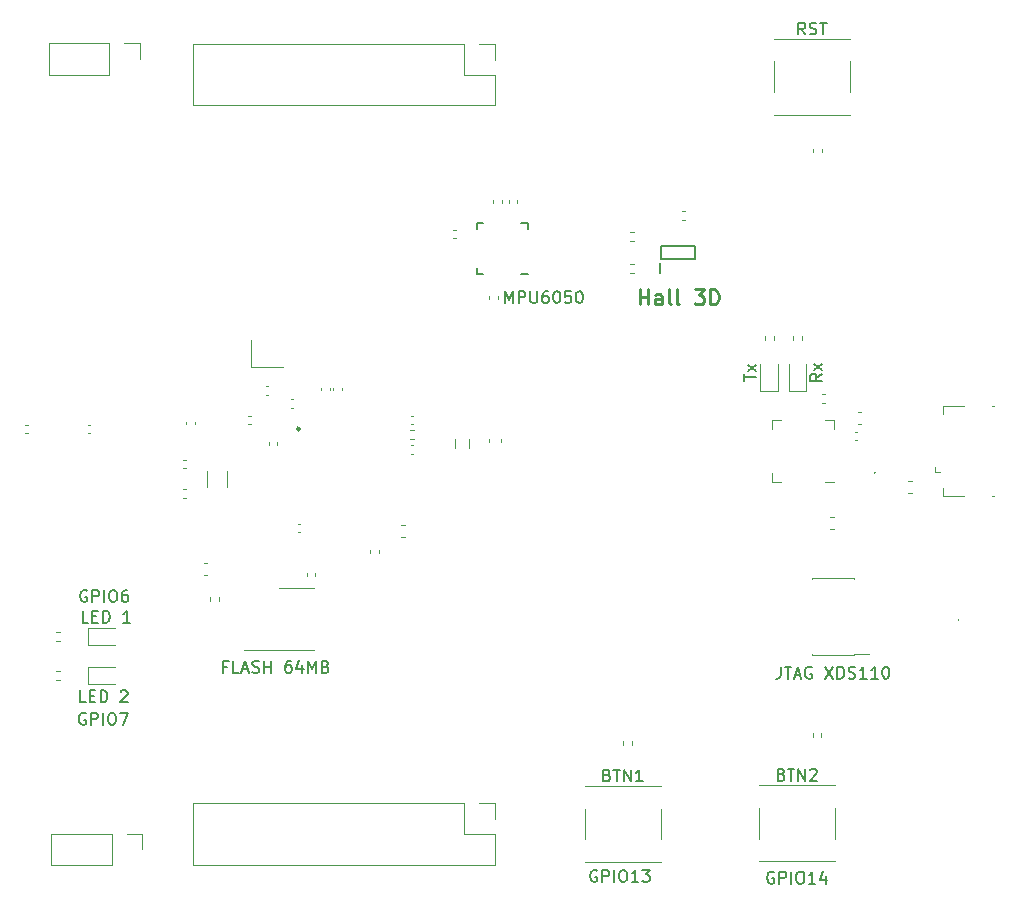
<source format=gbr>
%TF.GenerationSoftware,KiCad,Pcbnew,(5.1.9)-1*%
%TF.CreationDate,2021-08-18T01:11:22-04:00*%
%TF.ProjectId,CC2652_OnBoard,43433236-3532-45f4-9f6e-426f6172642e,rev?*%
%TF.SameCoordinates,Original*%
%TF.FileFunction,Legend,Top*%
%TF.FilePolarity,Positive*%
%FSLAX46Y46*%
G04 Gerber Fmt 4.6, Leading zero omitted, Abs format (unit mm)*
G04 Created by KiCad (PCBNEW (5.1.9)-1) date 2021-08-18 01:11:22*
%MOMM*%
%LPD*%
G01*
G04 APERTURE LIST*
%ADD10C,0.150000*%
%ADD11C,0.250000*%
%ADD12C,0.120000*%
%ADD13C,0.200000*%
%ADD14C,0.254000*%
G04 APERTURE END LIST*
D10*
X86123809Y-104600000D02*
X86028571Y-104552380D01*
X85885714Y-104552380D01*
X85742857Y-104600000D01*
X85647619Y-104695238D01*
X85600000Y-104790476D01*
X85552380Y-104980952D01*
X85552380Y-105123809D01*
X85600000Y-105314285D01*
X85647619Y-105409523D01*
X85742857Y-105504761D01*
X85885714Y-105552380D01*
X85980952Y-105552380D01*
X86123809Y-105504761D01*
X86171428Y-105457142D01*
X86171428Y-105123809D01*
X85980952Y-105123809D01*
X86600000Y-105552380D02*
X86600000Y-104552380D01*
X86980952Y-104552380D01*
X87076190Y-104600000D01*
X87123809Y-104647619D01*
X87171428Y-104742857D01*
X87171428Y-104885714D01*
X87123809Y-104980952D01*
X87076190Y-105028571D01*
X86980952Y-105076190D01*
X86600000Y-105076190D01*
X87600000Y-105552380D02*
X87600000Y-104552380D01*
X88266666Y-104552380D02*
X88457142Y-104552380D01*
X88552380Y-104600000D01*
X88647619Y-104695238D01*
X88695238Y-104885714D01*
X88695238Y-105219047D01*
X88647619Y-105409523D01*
X88552380Y-105504761D01*
X88457142Y-105552380D01*
X88266666Y-105552380D01*
X88171428Y-105504761D01*
X88076190Y-105409523D01*
X88028571Y-105219047D01*
X88028571Y-104885714D01*
X88076190Y-104695238D01*
X88171428Y-104600000D01*
X88266666Y-104552380D01*
X89028571Y-104552380D02*
X89695238Y-104552380D01*
X89266666Y-105552380D01*
X86223809Y-94200000D02*
X86128571Y-94152380D01*
X85985714Y-94152380D01*
X85842857Y-94200000D01*
X85747619Y-94295238D01*
X85700000Y-94390476D01*
X85652380Y-94580952D01*
X85652380Y-94723809D01*
X85700000Y-94914285D01*
X85747619Y-95009523D01*
X85842857Y-95104761D01*
X85985714Y-95152380D01*
X86080952Y-95152380D01*
X86223809Y-95104761D01*
X86271428Y-95057142D01*
X86271428Y-94723809D01*
X86080952Y-94723809D01*
X86700000Y-95152380D02*
X86700000Y-94152380D01*
X87080952Y-94152380D01*
X87176190Y-94200000D01*
X87223809Y-94247619D01*
X87271428Y-94342857D01*
X87271428Y-94485714D01*
X87223809Y-94580952D01*
X87176190Y-94628571D01*
X87080952Y-94676190D01*
X86700000Y-94676190D01*
X87700000Y-95152380D02*
X87700000Y-94152380D01*
X88366666Y-94152380D02*
X88557142Y-94152380D01*
X88652380Y-94200000D01*
X88747619Y-94295238D01*
X88795238Y-94485714D01*
X88795238Y-94819047D01*
X88747619Y-95009523D01*
X88652380Y-95104761D01*
X88557142Y-95152380D01*
X88366666Y-95152380D01*
X88271428Y-95104761D01*
X88176190Y-95009523D01*
X88128571Y-94819047D01*
X88128571Y-94485714D01*
X88176190Y-94295238D01*
X88271428Y-94200000D01*
X88366666Y-94152380D01*
X89652380Y-94152380D02*
X89461904Y-94152380D01*
X89366666Y-94200000D01*
X89319047Y-94247619D01*
X89223809Y-94390476D01*
X89176190Y-94580952D01*
X89176190Y-94961904D01*
X89223809Y-95057142D01*
X89271428Y-95104761D01*
X89366666Y-95152380D01*
X89557142Y-95152380D01*
X89652380Y-95104761D01*
X89700000Y-95057142D01*
X89747619Y-94961904D01*
X89747619Y-94723809D01*
X89700000Y-94628571D01*
X89652380Y-94580952D01*
X89557142Y-94533333D01*
X89366666Y-94533333D01*
X89271428Y-94580952D01*
X89223809Y-94628571D01*
X89176190Y-94723809D01*
X144397619Y-118050000D02*
X144302380Y-118002380D01*
X144159523Y-118002380D01*
X144016666Y-118050000D01*
X143921428Y-118145238D01*
X143873809Y-118240476D01*
X143826190Y-118430952D01*
X143826190Y-118573809D01*
X143873809Y-118764285D01*
X143921428Y-118859523D01*
X144016666Y-118954761D01*
X144159523Y-119002380D01*
X144254761Y-119002380D01*
X144397619Y-118954761D01*
X144445238Y-118907142D01*
X144445238Y-118573809D01*
X144254761Y-118573809D01*
X144873809Y-119002380D02*
X144873809Y-118002380D01*
X145254761Y-118002380D01*
X145350000Y-118050000D01*
X145397619Y-118097619D01*
X145445238Y-118192857D01*
X145445238Y-118335714D01*
X145397619Y-118430952D01*
X145350000Y-118478571D01*
X145254761Y-118526190D01*
X144873809Y-118526190D01*
X145873809Y-119002380D02*
X145873809Y-118002380D01*
X146540476Y-118002380D02*
X146730952Y-118002380D01*
X146826190Y-118050000D01*
X146921428Y-118145238D01*
X146969047Y-118335714D01*
X146969047Y-118669047D01*
X146921428Y-118859523D01*
X146826190Y-118954761D01*
X146730952Y-119002380D01*
X146540476Y-119002380D01*
X146445238Y-118954761D01*
X146350000Y-118859523D01*
X146302380Y-118669047D01*
X146302380Y-118335714D01*
X146350000Y-118145238D01*
X146445238Y-118050000D01*
X146540476Y-118002380D01*
X147921428Y-119002380D02*
X147350000Y-119002380D01*
X147635714Y-119002380D02*
X147635714Y-118002380D01*
X147540476Y-118145238D01*
X147445238Y-118240476D01*
X147350000Y-118288095D01*
X148778571Y-118335714D02*
X148778571Y-119002380D01*
X148540476Y-117954761D02*
X148302380Y-118669047D01*
X148921428Y-118669047D01*
X129397619Y-117900000D02*
X129302380Y-117852380D01*
X129159523Y-117852380D01*
X129016666Y-117900000D01*
X128921428Y-117995238D01*
X128873809Y-118090476D01*
X128826190Y-118280952D01*
X128826190Y-118423809D01*
X128873809Y-118614285D01*
X128921428Y-118709523D01*
X129016666Y-118804761D01*
X129159523Y-118852380D01*
X129254761Y-118852380D01*
X129397619Y-118804761D01*
X129445238Y-118757142D01*
X129445238Y-118423809D01*
X129254761Y-118423809D01*
X129873809Y-118852380D02*
X129873809Y-117852380D01*
X130254761Y-117852380D01*
X130350000Y-117900000D01*
X130397619Y-117947619D01*
X130445238Y-118042857D01*
X130445238Y-118185714D01*
X130397619Y-118280952D01*
X130350000Y-118328571D01*
X130254761Y-118376190D01*
X129873809Y-118376190D01*
X130873809Y-118852380D02*
X130873809Y-117852380D01*
X131540476Y-117852380D02*
X131730952Y-117852380D01*
X131826190Y-117900000D01*
X131921428Y-117995238D01*
X131969047Y-118185714D01*
X131969047Y-118519047D01*
X131921428Y-118709523D01*
X131826190Y-118804761D01*
X131730952Y-118852380D01*
X131540476Y-118852380D01*
X131445238Y-118804761D01*
X131350000Y-118709523D01*
X131302380Y-118519047D01*
X131302380Y-118185714D01*
X131350000Y-117995238D01*
X131445238Y-117900000D01*
X131540476Y-117852380D01*
X132921428Y-118852380D02*
X132350000Y-118852380D01*
X132635714Y-118852380D02*
X132635714Y-117852380D01*
X132540476Y-117995238D01*
X132445238Y-118090476D01*
X132350000Y-118138095D01*
X133254761Y-117852380D02*
X133873809Y-117852380D01*
X133540476Y-118233333D01*
X133683333Y-118233333D01*
X133778571Y-118280952D01*
X133826190Y-118328571D01*
X133873809Y-118423809D01*
X133873809Y-118661904D01*
X133826190Y-118757142D01*
X133778571Y-118804761D01*
X133683333Y-118852380D01*
X133397619Y-118852380D01*
X133302380Y-118804761D01*
X133254761Y-118757142D01*
D11*
%TO.C,IC1*%
X104250000Y-80500000D02*
G75*
G03*
X104250000Y-80500000I-125000J0D01*
G01*
D12*
%TO.C,EMI_VDDS_FILTER_USB1*%
X155737221Y-84940000D02*
X156062779Y-84940000D01*
X155737221Y-85960000D02*
X156062779Y-85960000D01*
D13*
%TO.C,USB_ESD1*%
X152948000Y-84203000D02*
G75*
G03*
X152948000Y-84203000I-36000J0D01*
G01*
D12*
%TO.C,USB_CONNECTOR_A1*%
X158040000Y-84160000D02*
X158430000Y-84160000D01*
X158040000Y-84160000D02*
X158040000Y-83710000D01*
X158740000Y-78590000D02*
X158740000Y-79240000D01*
X160470000Y-78590000D02*
X158740000Y-78590000D01*
X163040000Y-86210000D02*
X162830000Y-86210000D01*
X163040000Y-78590000D02*
X162830000Y-78590000D01*
X160470000Y-86210000D02*
X158740000Y-86210000D01*
X158740000Y-86210000D02*
X158740000Y-85550000D01*
%TO.C,FLASH_nCS_PUR1*%
X96670000Y-94746359D02*
X96670000Y-95053641D01*
X97430000Y-94746359D02*
X97430000Y-95053641D01*
%TO.C,CP2102_nRST_R1*%
X148753641Y-77520000D02*
X148446359Y-77520000D01*
X148753641Y-78280000D02*
X148446359Y-78280000D01*
D13*
%TO.C,JTAG_ESD1*%
X160033000Y-96712000D02*
G75*
G03*
X160033000Y-96712000I-36000J0D01*
G01*
%TO.C,Hall 3D*%
X134725000Y-67350000D02*
X134725000Y-66450000D01*
X137750000Y-66100000D02*
X134850000Y-66100000D01*
X137750000Y-65000000D02*
X137750000Y-66100000D01*
X134850000Y-65000000D02*
X137750000Y-65000000D01*
X134850000Y-66100000D02*
X134850000Y-65000000D01*
D12*
%TO.C,USB_UART1*%
X144965000Y-85010000D02*
X144240000Y-85010000D01*
X144240000Y-85010000D02*
X144240000Y-84285000D01*
X148735000Y-79790000D02*
X149460000Y-79790000D01*
X149460000Y-79790000D02*
X149460000Y-80515000D01*
X144965000Y-79790000D02*
X144240000Y-79790000D01*
X144240000Y-79790000D02*
X144240000Y-80515000D01*
X148735000Y-85010000D02*
X149460000Y-85010000D01*
%TO.C,R_RESET1*%
X147740000Y-57103641D02*
X147740000Y-56796359D01*
X148500000Y-57103641D02*
X148500000Y-56796359D01*
%TO.C,R_LED_VERDE1*%
X83953641Y-101780000D02*
X83646359Y-101780000D01*
X83953641Y-101020000D02*
X83646359Y-101020000D01*
%TO.C,R_LED_USB_Tx1*%
X144380000Y-72646359D02*
X144380000Y-72953641D01*
X143620000Y-72646359D02*
X143620000Y-72953641D01*
%TO.C,R_LED_USB_Rx1*%
X146780000Y-72646359D02*
X146780000Y-72953641D01*
X146020000Y-72646359D02*
X146020000Y-72953641D01*
%TO.C,R_LED_ROJO1*%
X83953641Y-98480000D02*
X83646359Y-98480000D01*
X83953641Y-97720000D02*
X83646359Y-97720000D01*
%TO.C,R3*%
X113903641Y-81380000D02*
X113596359Y-81380000D01*
X113903641Y-80620000D02*
X113596359Y-80620000D01*
%TO.C,PINS_PWR_IZQ1*%
X82990000Y-47870000D02*
X82990000Y-50530000D01*
X88130000Y-47870000D02*
X82990000Y-47870000D01*
X88130000Y-50530000D02*
X82990000Y-50530000D01*
X88130000Y-47870000D02*
X88130000Y-50530000D01*
X89400000Y-47870000D02*
X90730000Y-47870000D01*
X90730000Y-47870000D02*
X90730000Y-49200000D01*
%TO.C,PINS_PWR_DER1*%
X83190000Y-114770000D02*
X83190000Y-117430000D01*
X88330000Y-114770000D02*
X83190000Y-114770000D01*
X88330000Y-117430000D02*
X83190000Y-117430000D01*
X88330000Y-114770000D02*
X88330000Y-117430000D01*
X89600000Y-114770000D02*
X90930000Y-114770000D01*
X90930000Y-114770000D02*
X90930000Y-116100000D01*
%TO.C,PINS_IZQ1*%
X95260000Y-47920000D02*
X95260000Y-53120000D01*
X118180000Y-47920000D02*
X95260000Y-47920000D01*
X120780000Y-53120000D02*
X95260000Y-53120000D01*
X118180000Y-47920000D02*
X118180000Y-50520000D01*
X118180000Y-50520000D02*
X120780000Y-50520000D01*
X120780000Y-50520000D02*
X120780000Y-53120000D01*
X119450000Y-47920000D02*
X120780000Y-47920000D01*
X120780000Y-47920000D02*
X120780000Y-49250000D01*
%TO.C,PINS_DER1*%
X95260000Y-112220000D02*
X95260000Y-117420000D01*
X118180000Y-112220000D02*
X95260000Y-112220000D01*
X120780000Y-117420000D02*
X95260000Y-117420000D01*
X118180000Y-112220000D02*
X118180000Y-114820000D01*
X118180000Y-114820000D02*
X120780000Y-114820000D01*
X120780000Y-114820000D02*
X120780000Y-117420000D01*
X119450000Y-112220000D02*
X120780000Y-112220000D01*
X120780000Y-112220000D02*
X120780000Y-113550000D01*
%TO.C,LED 2*%
X88600000Y-100665000D02*
X86315000Y-100665000D01*
X86315000Y-100665000D02*
X86315000Y-102135000D01*
X86315000Y-102135000D02*
X88600000Y-102135000D01*
%TO.C,LED 1*%
X88600000Y-97365000D02*
X86315000Y-97365000D01*
X86315000Y-97365000D02*
X86315000Y-98835000D01*
X86315000Y-98835000D02*
X88600000Y-98835000D01*
%TO.C,L101*%
X117440000Y-82149622D02*
X117440000Y-81350378D01*
X118560000Y-82149622D02*
X118560000Y-81350378D01*
%TO.C,JTAG XDS110*%
X151165000Y-99635000D02*
X147635000Y-99635000D01*
X151165000Y-93165000D02*
X147635000Y-93165000D01*
X152490000Y-99570000D02*
X151165000Y-99570000D01*
X151165000Y-99635000D02*
X151165000Y-99570000D01*
X147635000Y-99635000D02*
X147635000Y-99570000D01*
X151165000Y-93230000D02*
X151165000Y-93165000D01*
X147635000Y-93230000D02*
X147635000Y-93165000D01*
%TO.C,HALL_SDA_PUR1*%
X132246359Y-63820000D02*
X132553641Y-63820000D01*
X132246359Y-64580000D02*
X132553641Y-64580000D01*
%TO.C,HALL_SCL_PUR1*%
X132246359Y-66520000D02*
X132553641Y-66520000D01*
X132246359Y-67280000D02*
X132553641Y-67280000D01*
D10*
%TO.C,MPU6050*%
X119250000Y-67400000D02*
X119250000Y-66875000D01*
X123550000Y-63100000D02*
X123550000Y-63625000D01*
X119250000Y-63100000D02*
X119250000Y-63625000D01*
X123550000Y-67400000D02*
X123025000Y-67400000D01*
X123550000Y-63100000D02*
X123025000Y-63100000D01*
X119250000Y-63100000D02*
X119775000Y-63100000D01*
X119250000Y-67400000D02*
X119775000Y-67400000D01*
D12*
%TO.C,FLASH 64MB*%
X102500000Y-93990000D02*
X105500000Y-93990000D01*
X99500000Y-99210000D02*
X105500000Y-99210000D01*
%TO.C,EMI_VDDS_FILTER1*%
X149187221Y-87990000D02*
X149512779Y-87990000D01*
X149187221Y-89010000D02*
X149512779Y-89010000D01*
%TO.C,Tx*%
X143265000Y-75000000D02*
X143265000Y-77285000D01*
X143265000Y-77285000D02*
X144735000Y-77285000D01*
X144735000Y-77285000D02*
X144735000Y-75000000D01*
%TO.C,Rx*%
X145665000Y-75000000D02*
X145665000Y-77285000D01*
X145665000Y-77285000D02*
X147135000Y-77285000D01*
X147135000Y-77285000D02*
X147135000Y-75000000D01*
%TO.C,C306*%
X80992164Y-80140000D02*
X81207836Y-80140000D01*
X80992164Y-80860000D02*
X81207836Y-80860000D01*
%TO.C,C305*%
X86292164Y-80140000D02*
X86507836Y-80140000D01*
X86292164Y-80860000D02*
X86507836Y-80860000D01*
%TO.C,C304*%
X94640000Y-80107836D02*
X94640000Y-79892164D01*
X95360000Y-80107836D02*
X95360000Y-79892164D01*
%TO.C,C303*%
X101392164Y-76890000D02*
X101607836Y-76890000D01*
X101392164Y-77610000D02*
X101607836Y-77610000D01*
%TO.C,C302*%
X99892164Y-79390000D02*
X100107836Y-79390000D01*
X99892164Y-80110000D02*
X100107836Y-80110000D01*
%TO.C,C301*%
X102360000Y-81642164D02*
X102360000Y-81857836D01*
X101640000Y-81642164D02*
X101640000Y-81857836D01*
%TO.C,C205*%
X120290000Y-69507836D02*
X120290000Y-69292164D01*
X121010000Y-69507836D02*
X121010000Y-69292164D01*
%TO.C,C204*%
X120640000Y-61357836D02*
X120640000Y-61142164D01*
X121360000Y-61357836D02*
X121360000Y-61142164D01*
%TO.C,C203*%
X151509420Y-79065000D02*
X151790580Y-79065000D01*
X151509420Y-80085000D02*
X151790580Y-80085000D01*
%TO.C,C202*%
X120240000Y-81640580D02*
X120240000Y-81359420D01*
X121260000Y-81640580D02*
X121260000Y-81359420D01*
%TO.C,C201*%
X96109420Y-91890000D02*
X96390580Y-91890000D01*
X96109420Y-92910000D02*
X96390580Y-92910000D01*
%TO.C,C112*%
X105560000Y-92742164D02*
X105560000Y-92957836D01*
X104840000Y-92742164D02*
X104840000Y-92957836D01*
%TO.C,C111*%
X136642164Y-62090000D02*
X136857836Y-62090000D01*
X136642164Y-62810000D02*
X136857836Y-62810000D01*
%TO.C,C110*%
X121940000Y-61357836D02*
X121940000Y-61142164D01*
X122660000Y-61357836D02*
X122660000Y-61142164D01*
%TO.C,C109*%
X117242164Y-63640000D02*
X117457836Y-63640000D01*
X117242164Y-64360000D02*
X117457836Y-64360000D01*
%TO.C,C108*%
X151242164Y-80740000D02*
X151457836Y-80740000D01*
X151242164Y-81460000D02*
X151457836Y-81460000D01*
%TO.C,C107*%
X103492164Y-77990000D02*
X103707836Y-77990000D01*
X103492164Y-78710000D02*
X103707836Y-78710000D01*
%TO.C,C106*%
X106810000Y-77042164D02*
X106810000Y-77257836D01*
X106090000Y-77042164D02*
X106090000Y-77257836D01*
%TO.C,C105*%
X107810000Y-77042164D02*
X107810000Y-77257836D01*
X107090000Y-77042164D02*
X107090000Y-77257836D01*
%TO.C,C104*%
X113857836Y-82610000D02*
X113642164Y-82610000D01*
X113857836Y-81890000D02*
X113642164Y-81890000D01*
%TO.C,C103*%
X110240000Y-91007836D02*
X110240000Y-90792164D01*
X110960000Y-91007836D02*
X110960000Y-90792164D01*
%TO.C,C102*%
X104092164Y-88540000D02*
X104307836Y-88540000D01*
X104092164Y-89260000D02*
X104307836Y-89260000D01*
%TO.C,C101*%
X112859420Y-88640000D02*
X113140580Y-88640000D01*
X112859420Y-89660000D02*
X113140580Y-89660000D01*
%TO.C,C3*%
X113642164Y-79390000D02*
X113857836Y-79390000D01*
X113642164Y-80110000D02*
X113857836Y-80110000D01*
%TO.C,C2*%
X94392164Y-85640000D02*
X94607836Y-85640000D01*
X94392164Y-86360000D02*
X94607836Y-86360000D01*
%TO.C,C1*%
X94392164Y-83140000D02*
X94607836Y-83140000D01*
X94392164Y-83860000D02*
X94607836Y-83860000D01*
%TO.C,RST*%
X150830000Y-47470000D02*
X150830000Y-47500000D01*
X150830000Y-53930000D02*
X150830000Y-53900000D01*
X144370000Y-53930000D02*
X144370000Y-53900000D01*
X144370000Y-47500000D02*
X144370000Y-47470000D01*
X150830000Y-49400000D02*
X150830000Y-52000000D01*
X144370000Y-47470000D02*
X150830000Y-47470000D01*
X144370000Y-49400000D02*
X144370000Y-52000000D01*
X144370000Y-53930000D02*
X150830000Y-53930000D01*
%TO.C,BTN2_R1*%
X148430000Y-106286359D02*
X148430000Y-106593641D01*
X147670000Y-106286359D02*
X147670000Y-106593641D01*
%TO.C,BTN1_R1*%
X132380000Y-106946359D02*
X132380000Y-107253641D01*
X131620000Y-106946359D02*
X131620000Y-107253641D01*
%TO.C,BTN2*%
X149580000Y-110660000D02*
X149580000Y-110690000D01*
X149580000Y-117120000D02*
X149580000Y-117090000D01*
X143120000Y-117120000D02*
X143120000Y-117090000D01*
X143120000Y-110690000D02*
X143120000Y-110660000D01*
X149580000Y-112590000D02*
X149580000Y-115190000D01*
X143120000Y-110660000D02*
X149580000Y-110660000D01*
X143120000Y-112590000D02*
X143120000Y-115190000D01*
X143120000Y-117120000D02*
X149580000Y-117120000D01*
%TO.C,BTN1*%
X134830000Y-110720000D02*
X134830000Y-110750000D01*
X134830000Y-117180000D02*
X134830000Y-117150000D01*
X128370000Y-117180000D02*
X128370000Y-117150000D01*
X128370000Y-110750000D02*
X128370000Y-110720000D01*
X134830000Y-112650000D02*
X134830000Y-115250000D01*
X128370000Y-110720000D02*
X134830000Y-110720000D01*
X128370000Y-112650000D02*
X128370000Y-115250000D01*
X128370000Y-117180000D02*
X134830000Y-117180000D01*
%TO.C,48MHz_Crystal1*%
X100150000Y-72950000D02*
X100150000Y-75250000D01*
X100150000Y-75250000D02*
X102850000Y-75250000D01*
%TO.C,32KHz_Crystl1*%
X98125000Y-85425000D02*
X98125000Y-84075000D01*
X96375000Y-85425000D02*
X96375000Y-84075000D01*
%TO.C,Hall 3D*%
D14*
X133023809Y-69974523D02*
X133023809Y-68704523D01*
X133023809Y-69309285D02*
X133749523Y-69309285D01*
X133749523Y-69974523D02*
X133749523Y-68704523D01*
X134898571Y-69974523D02*
X134898571Y-69309285D01*
X134838095Y-69188333D01*
X134717142Y-69127857D01*
X134475238Y-69127857D01*
X134354285Y-69188333D01*
X134898571Y-69914047D02*
X134777619Y-69974523D01*
X134475238Y-69974523D01*
X134354285Y-69914047D01*
X134293809Y-69793095D01*
X134293809Y-69672142D01*
X134354285Y-69551190D01*
X134475238Y-69490714D01*
X134777619Y-69490714D01*
X134898571Y-69430238D01*
X135684761Y-69974523D02*
X135563809Y-69914047D01*
X135503333Y-69793095D01*
X135503333Y-68704523D01*
X136350000Y-69974523D02*
X136229047Y-69914047D01*
X136168571Y-69793095D01*
X136168571Y-68704523D01*
X137680476Y-68704523D02*
X138466666Y-68704523D01*
X138043333Y-69188333D01*
X138224761Y-69188333D01*
X138345714Y-69248809D01*
X138406190Y-69309285D01*
X138466666Y-69430238D01*
X138466666Y-69732619D01*
X138406190Y-69853571D01*
X138345714Y-69914047D01*
X138224761Y-69974523D01*
X137861904Y-69974523D01*
X137740952Y-69914047D01*
X137680476Y-69853571D01*
X139010952Y-69974523D02*
X139010952Y-68704523D01*
X139313333Y-68704523D01*
X139494761Y-68765000D01*
X139615714Y-68885952D01*
X139676190Y-69006904D01*
X139736666Y-69248809D01*
X139736666Y-69430238D01*
X139676190Y-69672142D01*
X139615714Y-69793095D01*
X139494761Y-69914047D01*
X139313333Y-69974523D01*
X139010952Y-69974523D01*
%TO.C,LED 2*%
D10*
X86150000Y-103652380D02*
X85673809Y-103652380D01*
X85673809Y-102652380D01*
X86483333Y-103128571D02*
X86816666Y-103128571D01*
X86959523Y-103652380D02*
X86483333Y-103652380D01*
X86483333Y-102652380D01*
X86959523Y-102652380D01*
X87388095Y-103652380D02*
X87388095Y-102652380D01*
X87626190Y-102652380D01*
X87769047Y-102700000D01*
X87864285Y-102795238D01*
X87911904Y-102890476D01*
X87959523Y-103080952D01*
X87959523Y-103223809D01*
X87911904Y-103414285D01*
X87864285Y-103509523D01*
X87769047Y-103604761D01*
X87626190Y-103652380D01*
X87388095Y-103652380D01*
X89102380Y-102747619D02*
X89150000Y-102700000D01*
X89245238Y-102652380D01*
X89483333Y-102652380D01*
X89578571Y-102700000D01*
X89626190Y-102747619D01*
X89673809Y-102842857D01*
X89673809Y-102938095D01*
X89626190Y-103080952D01*
X89054761Y-103652380D01*
X89673809Y-103652380D01*
%TO.C,LED 1*%
X86350000Y-96902380D02*
X85873809Y-96902380D01*
X85873809Y-95902380D01*
X86683333Y-96378571D02*
X87016666Y-96378571D01*
X87159523Y-96902380D02*
X86683333Y-96902380D01*
X86683333Y-95902380D01*
X87159523Y-95902380D01*
X87588095Y-96902380D02*
X87588095Y-95902380D01*
X87826190Y-95902380D01*
X87969047Y-95950000D01*
X88064285Y-96045238D01*
X88111904Y-96140476D01*
X88159523Y-96330952D01*
X88159523Y-96473809D01*
X88111904Y-96664285D01*
X88064285Y-96759523D01*
X87969047Y-96854761D01*
X87826190Y-96902380D01*
X87588095Y-96902380D01*
X89873809Y-96902380D02*
X89302380Y-96902380D01*
X89588095Y-96902380D02*
X89588095Y-95902380D01*
X89492857Y-96045238D01*
X89397619Y-96140476D01*
X89302380Y-96188095D01*
%TO.C,JTAG XDS110*%
X144971428Y-100652380D02*
X144971428Y-101366666D01*
X144923809Y-101509523D01*
X144828571Y-101604761D01*
X144685714Y-101652380D01*
X144590476Y-101652380D01*
X145304761Y-100652380D02*
X145876190Y-100652380D01*
X145590476Y-101652380D02*
X145590476Y-100652380D01*
X146161904Y-101366666D02*
X146638095Y-101366666D01*
X146066666Y-101652380D02*
X146400000Y-100652380D01*
X146733333Y-101652380D01*
X147590476Y-100700000D02*
X147495238Y-100652380D01*
X147352380Y-100652380D01*
X147209523Y-100700000D01*
X147114285Y-100795238D01*
X147066666Y-100890476D01*
X147019047Y-101080952D01*
X147019047Y-101223809D01*
X147066666Y-101414285D01*
X147114285Y-101509523D01*
X147209523Y-101604761D01*
X147352380Y-101652380D01*
X147447619Y-101652380D01*
X147590476Y-101604761D01*
X147638095Y-101557142D01*
X147638095Y-101223809D01*
X147447619Y-101223809D01*
X148733333Y-100652380D02*
X149400000Y-101652380D01*
X149400000Y-100652380D02*
X148733333Y-101652380D01*
X149780952Y-101652380D02*
X149780952Y-100652380D01*
X150019047Y-100652380D01*
X150161904Y-100700000D01*
X150257142Y-100795238D01*
X150304761Y-100890476D01*
X150352380Y-101080952D01*
X150352380Y-101223809D01*
X150304761Y-101414285D01*
X150257142Y-101509523D01*
X150161904Y-101604761D01*
X150019047Y-101652380D01*
X149780952Y-101652380D01*
X150733333Y-101604761D02*
X150876190Y-101652380D01*
X151114285Y-101652380D01*
X151209523Y-101604761D01*
X151257142Y-101557142D01*
X151304761Y-101461904D01*
X151304761Y-101366666D01*
X151257142Y-101271428D01*
X151209523Y-101223809D01*
X151114285Y-101176190D01*
X150923809Y-101128571D01*
X150828571Y-101080952D01*
X150780952Y-101033333D01*
X150733333Y-100938095D01*
X150733333Y-100842857D01*
X150780952Y-100747619D01*
X150828571Y-100700000D01*
X150923809Y-100652380D01*
X151161904Y-100652380D01*
X151304761Y-100700000D01*
X152257142Y-101652380D02*
X151685714Y-101652380D01*
X151971428Y-101652380D02*
X151971428Y-100652380D01*
X151876190Y-100795238D01*
X151780952Y-100890476D01*
X151685714Y-100938095D01*
X153209523Y-101652380D02*
X152638095Y-101652380D01*
X152923809Y-101652380D02*
X152923809Y-100652380D01*
X152828571Y-100795238D01*
X152733333Y-100890476D01*
X152638095Y-100938095D01*
X153828571Y-100652380D02*
X153923809Y-100652380D01*
X154019047Y-100700000D01*
X154066666Y-100747619D01*
X154114285Y-100842857D01*
X154161904Y-101033333D01*
X154161904Y-101271428D01*
X154114285Y-101461904D01*
X154066666Y-101557142D01*
X154019047Y-101604761D01*
X153923809Y-101652380D01*
X153828571Y-101652380D01*
X153733333Y-101604761D01*
X153685714Y-101557142D01*
X153638095Y-101461904D01*
X153590476Y-101271428D01*
X153590476Y-101033333D01*
X153638095Y-100842857D01*
X153685714Y-100747619D01*
X153733333Y-100700000D01*
X153828571Y-100652380D01*
%TO.C,MPU6050*%
X121638095Y-69852380D02*
X121638095Y-68852380D01*
X121971428Y-69566666D01*
X122304761Y-68852380D01*
X122304761Y-69852380D01*
X122780952Y-69852380D02*
X122780952Y-68852380D01*
X123161904Y-68852380D01*
X123257142Y-68900000D01*
X123304761Y-68947619D01*
X123352380Y-69042857D01*
X123352380Y-69185714D01*
X123304761Y-69280952D01*
X123257142Y-69328571D01*
X123161904Y-69376190D01*
X122780952Y-69376190D01*
X123780952Y-68852380D02*
X123780952Y-69661904D01*
X123828571Y-69757142D01*
X123876190Y-69804761D01*
X123971428Y-69852380D01*
X124161904Y-69852380D01*
X124257142Y-69804761D01*
X124304761Y-69757142D01*
X124352380Y-69661904D01*
X124352380Y-68852380D01*
X125257142Y-68852380D02*
X125066666Y-68852380D01*
X124971428Y-68900000D01*
X124923809Y-68947619D01*
X124828571Y-69090476D01*
X124780952Y-69280952D01*
X124780952Y-69661904D01*
X124828571Y-69757142D01*
X124876190Y-69804761D01*
X124971428Y-69852380D01*
X125161904Y-69852380D01*
X125257142Y-69804761D01*
X125304761Y-69757142D01*
X125352380Y-69661904D01*
X125352380Y-69423809D01*
X125304761Y-69328571D01*
X125257142Y-69280952D01*
X125161904Y-69233333D01*
X124971428Y-69233333D01*
X124876190Y-69280952D01*
X124828571Y-69328571D01*
X124780952Y-69423809D01*
X125971428Y-68852380D02*
X126066666Y-68852380D01*
X126161904Y-68900000D01*
X126209523Y-68947619D01*
X126257142Y-69042857D01*
X126304761Y-69233333D01*
X126304761Y-69471428D01*
X126257142Y-69661904D01*
X126209523Y-69757142D01*
X126161904Y-69804761D01*
X126066666Y-69852380D01*
X125971428Y-69852380D01*
X125876190Y-69804761D01*
X125828571Y-69757142D01*
X125780952Y-69661904D01*
X125733333Y-69471428D01*
X125733333Y-69233333D01*
X125780952Y-69042857D01*
X125828571Y-68947619D01*
X125876190Y-68900000D01*
X125971428Y-68852380D01*
X127209523Y-68852380D02*
X126733333Y-68852380D01*
X126685714Y-69328571D01*
X126733333Y-69280952D01*
X126828571Y-69233333D01*
X127066666Y-69233333D01*
X127161904Y-69280952D01*
X127209523Y-69328571D01*
X127257142Y-69423809D01*
X127257142Y-69661904D01*
X127209523Y-69757142D01*
X127161904Y-69804761D01*
X127066666Y-69852380D01*
X126828571Y-69852380D01*
X126733333Y-69804761D01*
X126685714Y-69757142D01*
X127876190Y-68852380D02*
X127971428Y-68852380D01*
X128066666Y-68900000D01*
X128114285Y-68947619D01*
X128161904Y-69042857D01*
X128209523Y-69233333D01*
X128209523Y-69471428D01*
X128161904Y-69661904D01*
X128114285Y-69757142D01*
X128066666Y-69804761D01*
X127971428Y-69852380D01*
X127876190Y-69852380D01*
X127780952Y-69804761D01*
X127733333Y-69757142D01*
X127685714Y-69661904D01*
X127638095Y-69471428D01*
X127638095Y-69233333D01*
X127685714Y-69042857D01*
X127733333Y-68947619D01*
X127780952Y-68900000D01*
X127876190Y-68852380D01*
%TO.C,FLASH 64MB*%
X98104761Y-100628571D02*
X97771428Y-100628571D01*
X97771428Y-101152380D02*
X97771428Y-100152380D01*
X98247619Y-100152380D01*
X99104761Y-101152380D02*
X98628571Y-101152380D01*
X98628571Y-100152380D01*
X99390476Y-100866666D02*
X99866666Y-100866666D01*
X99295238Y-101152380D02*
X99628571Y-100152380D01*
X99961904Y-101152380D01*
X100247619Y-101104761D02*
X100390476Y-101152380D01*
X100628571Y-101152380D01*
X100723809Y-101104761D01*
X100771428Y-101057142D01*
X100819047Y-100961904D01*
X100819047Y-100866666D01*
X100771428Y-100771428D01*
X100723809Y-100723809D01*
X100628571Y-100676190D01*
X100438095Y-100628571D01*
X100342857Y-100580952D01*
X100295238Y-100533333D01*
X100247619Y-100438095D01*
X100247619Y-100342857D01*
X100295238Y-100247619D01*
X100342857Y-100200000D01*
X100438095Y-100152380D01*
X100676190Y-100152380D01*
X100819047Y-100200000D01*
X101247619Y-101152380D02*
X101247619Y-100152380D01*
X101247619Y-100628571D02*
X101819047Y-100628571D01*
X101819047Y-101152380D02*
X101819047Y-100152380D01*
X103485714Y-100152380D02*
X103295238Y-100152380D01*
X103200000Y-100200000D01*
X103152380Y-100247619D01*
X103057142Y-100390476D01*
X103009523Y-100580952D01*
X103009523Y-100961904D01*
X103057142Y-101057142D01*
X103104761Y-101104761D01*
X103200000Y-101152380D01*
X103390476Y-101152380D01*
X103485714Y-101104761D01*
X103533333Y-101057142D01*
X103580952Y-100961904D01*
X103580952Y-100723809D01*
X103533333Y-100628571D01*
X103485714Y-100580952D01*
X103390476Y-100533333D01*
X103200000Y-100533333D01*
X103104761Y-100580952D01*
X103057142Y-100628571D01*
X103009523Y-100723809D01*
X104438095Y-100485714D02*
X104438095Y-101152380D01*
X104200000Y-100104761D02*
X103961904Y-100819047D01*
X104580952Y-100819047D01*
X104961904Y-101152380D02*
X104961904Y-100152380D01*
X105295238Y-100866666D01*
X105628571Y-100152380D01*
X105628571Y-101152380D01*
X106438095Y-100628571D02*
X106580952Y-100676190D01*
X106628571Y-100723809D01*
X106676190Y-100819047D01*
X106676190Y-100961904D01*
X106628571Y-101057142D01*
X106580952Y-101104761D01*
X106485714Y-101152380D01*
X106104761Y-101152380D01*
X106104761Y-100152380D01*
X106438095Y-100152380D01*
X106533333Y-100200000D01*
X106580952Y-100247619D01*
X106628571Y-100342857D01*
X106628571Y-100438095D01*
X106580952Y-100533333D01*
X106533333Y-100580952D01*
X106438095Y-100628571D01*
X106104761Y-100628571D01*
%TO.C,Tx*%
X141852380Y-76440476D02*
X141852380Y-75869047D01*
X142852380Y-76154761D02*
X141852380Y-76154761D01*
X142852380Y-75630952D02*
X142185714Y-75107142D01*
X142185714Y-75630952D02*
X142852380Y-75107142D01*
%TO.C,Rx*%
X148452380Y-75845238D02*
X147976190Y-76178571D01*
X148452380Y-76416666D02*
X147452380Y-76416666D01*
X147452380Y-76035714D01*
X147500000Y-75940476D01*
X147547619Y-75892857D01*
X147642857Y-75845238D01*
X147785714Y-75845238D01*
X147880952Y-75892857D01*
X147928571Y-75940476D01*
X147976190Y-76035714D01*
X147976190Y-76416666D01*
X148452380Y-75511904D02*
X147785714Y-74988095D01*
X147785714Y-75511904D02*
X148452380Y-74988095D01*
%TO.C,RST*%
X147052380Y-47102380D02*
X146719047Y-46626190D01*
X146480952Y-47102380D02*
X146480952Y-46102380D01*
X146861904Y-46102380D01*
X146957142Y-46150000D01*
X147004761Y-46197619D01*
X147052380Y-46292857D01*
X147052380Y-46435714D01*
X147004761Y-46530952D01*
X146957142Y-46578571D01*
X146861904Y-46626190D01*
X146480952Y-46626190D01*
X147433333Y-47054761D02*
X147576190Y-47102380D01*
X147814285Y-47102380D01*
X147909523Y-47054761D01*
X147957142Y-47007142D01*
X148004761Y-46911904D01*
X148004761Y-46816666D01*
X147957142Y-46721428D01*
X147909523Y-46673809D01*
X147814285Y-46626190D01*
X147623809Y-46578571D01*
X147528571Y-46530952D01*
X147480952Y-46483333D01*
X147433333Y-46388095D01*
X147433333Y-46292857D01*
X147480952Y-46197619D01*
X147528571Y-46150000D01*
X147623809Y-46102380D01*
X147861904Y-46102380D01*
X148004761Y-46150000D01*
X148290476Y-46102380D02*
X148861904Y-46102380D01*
X148576190Y-47102380D02*
X148576190Y-46102380D01*
%TO.C,BTN2*%
X145040476Y-109768571D02*
X145183333Y-109816190D01*
X145230952Y-109863809D01*
X145278571Y-109959047D01*
X145278571Y-110101904D01*
X145230952Y-110197142D01*
X145183333Y-110244761D01*
X145088095Y-110292380D01*
X144707142Y-110292380D01*
X144707142Y-109292380D01*
X145040476Y-109292380D01*
X145135714Y-109340000D01*
X145183333Y-109387619D01*
X145230952Y-109482857D01*
X145230952Y-109578095D01*
X145183333Y-109673333D01*
X145135714Y-109720952D01*
X145040476Y-109768571D01*
X144707142Y-109768571D01*
X145564285Y-109292380D02*
X146135714Y-109292380D01*
X145850000Y-110292380D02*
X145850000Y-109292380D01*
X146469047Y-110292380D02*
X146469047Y-109292380D01*
X147040476Y-110292380D01*
X147040476Y-109292380D01*
X147469047Y-109387619D02*
X147516666Y-109340000D01*
X147611904Y-109292380D01*
X147850000Y-109292380D01*
X147945238Y-109340000D01*
X147992857Y-109387619D01*
X148040476Y-109482857D01*
X148040476Y-109578095D01*
X147992857Y-109720952D01*
X147421428Y-110292380D01*
X148040476Y-110292380D01*
%TO.C,BTN1*%
X130290476Y-109828571D02*
X130433333Y-109876190D01*
X130480952Y-109923809D01*
X130528571Y-110019047D01*
X130528571Y-110161904D01*
X130480952Y-110257142D01*
X130433333Y-110304761D01*
X130338095Y-110352380D01*
X129957142Y-110352380D01*
X129957142Y-109352380D01*
X130290476Y-109352380D01*
X130385714Y-109400000D01*
X130433333Y-109447619D01*
X130480952Y-109542857D01*
X130480952Y-109638095D01*
X130433333Y-109733333D01*
X130385714Y-109780952D01*
X130290476Y-109828571D01*
X129957142Y-109828571D01*
X130814285Y-109352380D02*
X131385714Y-109352380D01*
X131100000Y-110352380D02*
X131100000Y-109352380D01*
X131719047Y-110352380D02*
X131719047Y-109352380D01*
X132290476Y-110352380D01*
X132290476Y-109352380D01*
X133290476Y-110352380D02*
X132719047Y-110352380D01*
X133004761Y-110352380D02*
X133004761Y-109352380D01*
X132909523Y-109495238D01*
X132814285Y-109590476D01*
X132719047Y-109638095D01*
%TD*%
M02*

</source>
